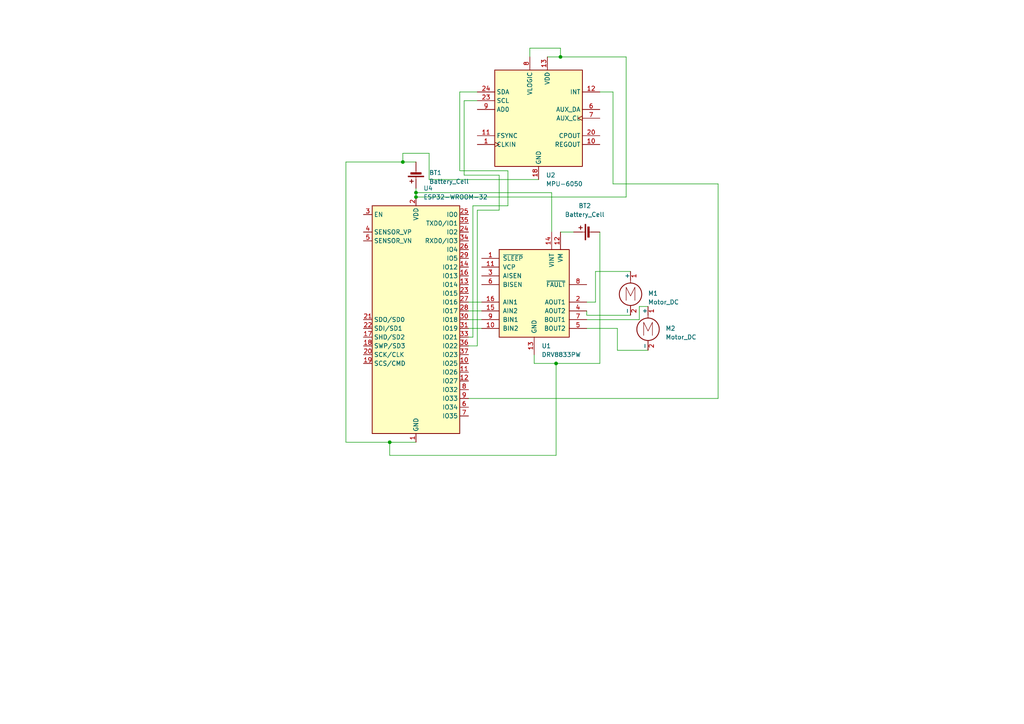
<source format=kicad_sch>
(kicad_sch
	(version 20250114)
	(generator "eeschema")
	(generator_version "9.0")
	(uuid "fcfcd0d1-30af-4111-b4af-c00f14a1cc88")
	(paper "A4")
	(lib_symbols
		(symbol "Device:Battery_Cell"
			(pin_numbers
				(hide yes)
			)
			(pin_names
				(offset 0)
				(hide yes)
			)
			(exclude_from_sim no)
			(in_bom yes)
			(on_board yes)
			(property "Reference" "BT"
				(at 2.54 2.54 0)
				(effects
					(font
						(size 1.27 1.27)
					)
					(justify left)
				)
			)
			(property "Value" "Battery_Cell"
				(at 2.54 0 0)
				(effects
					(font
						(size 1.27 1.27)
					)
					(justify left)
				)
			)
			(property "Footprint" ""
				(at 0 1.524 90)
				(effects
					(font
						(size 1.27 1.27)
					)
					(hide yes)
				)
			)
			(property "Datasheet" "~"
				(at 0 1.524 90)
				(effects
					(font
						(size 1.27 1.27)
					)
					(hide yes)
				)
			)
			(property "Description" "Single-cell battery"
				(at 0 0 0)
				(effects
					(font
						(size 1.27 1.27)
					)
					(hide yes)
				)
			)
			(property "ki_keywords" "battery cell"
				(at 0 0 0)
				(effects
					(font
						(size 1.27 1.27)
					)
					(hide yes)
				)
			)
			(symbol "Battery_Cell_0_1"
				(rectangle
					(start -2.286 1.778)
					(end 2.286 1.524)
					(stroke
						(width 0)
						(type default)
					)
					(fill
						(type outline)
					)
				)
				(rectangle
					(start -1.524 1.016)
					(end 1.524 0.508)
					(stroke
						(width 0)
						(type default)
					)
					(fill
						(type outline)
					)
				)
				(polyline
					(pts
						(xy 0 1.778) (xy 0 2.54)
					)
					(stroke
						(width 0)
						(type default)
					)
					(fill
						(type none)
					)
				)
				(polyline
					(pts
						(xy 0 0.762) (xy 0 0)
					)
					(stroke
						(width 0)
						(type default)
					)
					(fill
						(type none)
					)
				)
				(polyline
					(pts
						(xy 0.762 3.048) (xy 1.778 3.048)
					)
					(stroke
						(width 0.254)
						(type default)
					)
					(fill
						(type none)
					)
				)
				(polyline
					(pts
						(xy 1.27 3.556) (xy 1.27 2.54)
					)
					(stroke
						(width 0.254)
						(type default)
					)
					(fill
						(type none)
					)
				)
			)
			(symbol "Battery_Cell_1_1"
				(pin passive line
					(at 0 5.08 270)
					(length 2.54)
					(name "+"
						(effects
							(font
								(size 1.27 1.27)
							)
						)
					)
					(number "1"
						(effects
							(font
								(size 1.27 1.27)
							)
						)
					)
				)
				(pin passive line
					(at 0 -2.54 90)
					(length 2.54)
					(name "-"
						(effects
							(font
								(size 1.27 1.27)
							)
						)
					)
					(number "2"
						(effects
							(font
								(size 1.27 1.27)
							)
						)
					)
				)
			)
			(embedded_fonts no)
		)
		(symbol "Driver_Motor:DRV8833PW"
			(pin_names
				(offset 1.016)
			)
			(exclude_from_sim no)
			(in_bom yes)
			(on_board yes)
			(property "Reference" "U"
				(at -3.81 16.51 0)
				(effects
					(font
						(size 1.27 1.27)
					)
				)
			)
			(property "Value" "DRV8833PW"
				(at -3.81 13.97 0)
				(effects
					(font
						(size 1.27 1.27)
					)
				)
			)
			(property "Footprint" "Package_SO:TSSOP-16_4.4x5mm_P0.65mm"
				(at 5.08 -17.78 0)
				(effects
					(font
						(size 1.27 1.27)
					)
					(justify left)
					(hide yes)
				)
			)
			(property "Datasheet" "http://www.ti.com/lit/ds/symlink/drv8833.pdf"
				(at 5.08 -20.32 0)
				(effects
					(font
						(size 1.27 1.27)
					)
					(justify left)
					(hide yes)
				)
			)
			(property "Description" "Dual H-Bridge Motor Driver, TSSOP-16"
				(at 0 0 0)
				(effects
					(font
						(size 1.27 1.27)
					)
					(hide yes)
				)
			)
			(property "ki_keywords" "H-bridge motor driver"
				(at 0 0 0)
				(effects
					(font
						(size 1.27 1.27)
					)
					(hide yes)
				)
			)
			(property "ki_fp_filters" "TSSOP-16*4.4x5mm*P0.65mm*"
				(at 0 0 0)
				(effects
					(font
						(size 1.27 1.27)
					)
					(hide yes)
				)
			)
			(symbol "DRV8833PW_0_1"
				(rectangle
					(start -10.16 12.7)
					(end 10.16 -12.7)
					(stroke
						(width 0.254)
						(type default)
					)
					(fill
						(type background)
					)
				)
			)
			(symbol "DRV8833PW_1_1"
				(pin input line
					(at -15.24 10.16 0)
					(length 5.08)
					(name "~{SLEEP}"
						(effects
							(font
								(size 1.27 1.27)
							)
						)
					)
					(number "1"
						(effects
							(font
								(size 1.27 1.27)
							)
						)
					)
				)
				(pin bidirectional line
					(at -15.24 7.62 0)
					(length 5.08)
					(name "VCP"
						(effects
							(font
								(size 1.27 1.27)
							)
						)
					)
					(number "11"
						(effects
							(font
								(size 1.27 1.27)
							)
						)
					)
				)
				(pin bidirectional line
					(at -15.24 5.08 0)
					(length 5.08)
					(name "AISEN"
						(effects
							(font
								(size 1.27 1.27)
							)
						)
					)
					(number "3"
						(effects
							(font
								(size 1.27 1.27)
							)
						)
					)
				)
				(pin bidirectional line
					(at -15.24 2.54 0)
					(length 5.08)
					(name "BISEN"
						(effects
							(font
								(size 1.27 1.27)
							)
						)
					)
					(number "6"
						(effects
							(font
								(size 1.27 1.27)
							)
						)
					)
				)
				(pin input line
					(at -15.24 -2.54 0)
					(length 5.08)
					(name "AIN1"
						(effects
							(font
								(size 1.27 1.27)
							)
						)
					)
					(number "16"
						(effects
							(font
								(size 1.27 1.27)
							)
						)
					)
				)
				(pin input line
					(at -15.24 -5.08 0)
					(length 5.08)
					(name "AIN2"
						(effects
							(font
								(size 1.27 1.27)
							)
						)
					)
					(number "15"
						(effects
							(font
								(size 1.27 1.27)
							)
						)
					)
				)
				(pin input line
					(at -15.24 -7.62 0)
					(length 5.08)
					(name "BIN1"
						(effects
							(font
								(size 1.27 1.27)
							)
						)
					)
					(number "9"
						(effects
							(font
								(size 1.27 1.27)
							)
						)
					)
				)
				(pin input line
					(at -15.24 -10.16 0)
					(length 5.08)
					(name "BIN2"
						(effects
							(font
								(size 1.27 1.27)
							)
						)
					)
					(number "10"
						(effects
							(font
								(size 1.27 1.27)
							)
						)
					)
				)
				(pin power_in line
					(at 0 -17.78 90)
					(length 5.08)
					(name "GND"
						(effects
							(font
								(size 1.27 1.27)
							)
						)
					)
					(number "13"
						(effects
							(font
								(size 1.27 1.27)
							)
						)
					)
				)
				(pin power_in line
					(at 5.08 17.78 270)
					(length 5.08)
					(name "VINT"
						(effects
							(font
								(size 1.27 1.27)
							)
						)
					)
					(number "14"
						(effects
							(font
								(size 1.27 1.27)
							)
						)
					)
				)
				(pin power_in line
					(at 7.62 17.78 270)
					(length 5.08)
					(name "VM"
						(effects
							(font
								(size 1.27 1.27)
							)
						)
					)
					(number "12"
						(effects
							(font
								(size 1.27 1.27)
							)
						)
					)
				)
				(pin open_collector line
					(at 15.24 2.54 180)
					(length 5.08)
					(name "~{FAULT}"
						(effects
							(font
								(size 1.27 1.27)
							)
						)
					)
					(number "8"
						(effects
							(font
								(size 1.27 1.27)
							)
						)
					)
				)
				(pin power_out line
					(at 15.24 -2.54 180)
					(length 5.08)
					(name "AOUT1"
						(effects
							(font
								(size 1.27 1.27)
							)
						)
					)
					(number "2"
						(effects
							(font
								(size 1.27 1.27)
							)
						)
					)
				)
				(pin power_out line
					(at 15.24 -5.08 180)
					(length 5.08)
					(name "AOUT2"
						(effects
							(font
								(size 1.27 1.27)
							)
						)
					)
					(number "4"
						(effects
							(font
								(size 1.27 1.27)
							)
						)
					)
				)
				(pin power_out line
					(at 15.24 -7.62 180)
					(length 5.08)
					(name "BOUT1"
						(effects
							(font
								(size 1.27 1.27)
							)
						)
					)
					(number "7"
						(effects
							(font
								(size 1.27 1.27)
							)
						)
					)
				)
				(pin power_out line
					(at 15.24 -10.16 180)
					(length 5.08)
					(name "BOUT2"
						(effects
							(font
								(size 1.27 1.27)
							)
						)
					)
					(number "5"
						(effects
							(font
								(size 1.27 1.27)
							)
						)
					)
				)
			)
			(embedded_fonts no)
		)
		(symbol "Motor:Motor_DC"
			(pin_names
				(offset 0)
			)
			(exclude_from_sim no)
			(in_bom yes)
			(on_board yes)
			(property "Reference" "M"
				(at 2.54 2.54 0)
				(effects
					(font
						(size 1.27 1.27)
					)
					(justify left)
				)
			)
			(property "Value" "Motor_DC"
				(at 2.54 -5.08 0)
				(effects
					(font
						(size 1.27 1.27)
					)
					(justify left top)
				)
			)
			(property "Footprint" ""
				(at 0 -2.286 0)
				(effects
					(font
						(size 1.27 1.27)
					)
					(hide yes)
				)
			)
			(property "Datasheet" "~"
				(at 0 -2.286 0)
				(effects
					(font
						(size 1.27 1.27)
					)
					(hide yes)
				)
			)
			(property "Description" "DC Motor"
				(at 0 0 0)
				(effects
					(font
						(size 1.27 1.27)
					)
					(hide yes)
				)
			)
			(property "ki_keywords" "DC Motor"
				(at 0 0 0)
				(effects
					(font
						(size 1.27 1.27)
					)
					(hide yes)
				)
			)
			(property "ki_fp_filters" "PinHeader*P2.54mm* TerminalBlock*"
				(at 0 0 0)
				(effects
					(font
						(size 1.27 1.27)
					)
					(hide yes)
				)
			)
			(symbol "Motor_DC_0_0"
				(polyline
					(pts
						(xy -1.27 -3.302) (xy -1.27 0.508) (xy 0 -2.032) (xy 1.27 0.508) (xy 1.27 -3.302)
					)
					(stroke
						(width 0)
						(type default)
					)
					(fill
						(type none)
					)
				)
			)
			(symbol "Motor_DC_0_1"
				(polyline
					(pts
						(xy 0 2.032) (xy 0 2.54)
					)
					(stroke
						(width 0)
						(type default)
					)
					(fill
						(type none)
					)
				)
				(polyline
					(pts
						(xy 0 1.7272) (xy 0 2.0828)
					)
					(stroke
						(width 0)
						(type default)
					)
					(fill
						(type none)
					)
				)
				(circle
					(center 0 -1.524)
					(radius 3.2512)
					(stroke
						(width 0.254)
						(type default)
					)
					(fill
						(type none)
					)
				)
				(polyline
					(pts
						(xy 0 -4.7752) (xy 0 -5.1816)
					)
					(stroke
						(width 0)
						(type default)
					)
					(fill
						(type none)
					)
				)
				(polyline
					(pts
						(xy 0 -7.62) (xy 0 -7.112)
					)
					(stroke
						(width 0)
						(type default)
					)
					(fill
						(type none)
					)
				)
			)
			(symbol "Motor_DC_1_1"
				(pin passive line
					(at 0 5.08 270)
					(length 2.54)
					(name "+"
						(effects
							(font
								(size 1.27 1.27)
							)
						)
					)
					(number "1"
						(effects
							(font
								(size 1.27 1.27)
							)
						)
					)
				)
				(pin passive line
					(at 0 -7.62 90)
					(length 2.54)
					(name "-"
						(effects
							(font
								(size 1.27 1.27)
							)
						)
					)
					(number "2"
						(effects
							(font
								(size 1.27 1.27)
							)
						)
					)
				)
			)
			(embedded_fonts no)
		)
		(symbol "RF_Module:ESP32-WROOM-32"
			(exclude_from_sim no)
			(in_bom yes)
			(on_board yes)
			(property "Reference" "U"
				(at -12.7 34.29 0)
				(effects
					(font
						(size 1.27 1.27)
					)
					(justify left)
				)
			)
			(property "Value" "ESP32-WROOM-32"
				(at 1.27 34.29 0)
				(effects
					(font
						(size 1.27 1.27)
					)
					(justify left)
				)
			)
			(property "Footprint" "RF_Module:ESP32-WROOM-32"
				(at 0 -38.1 0)
				(effects
					(font
						(size 1.27 1.27)
					)
					(hide yes)
				)
			)
			(property "Datasheet" "https://www.espressif.com/sites/default/files/documentation/esp32-wroom-32_datasheet_en.pdf"
				(at -7.62 1.27 0)
				(effects
					(font
						(size 1.27 1.27)
					)
					(hide yes)
				)
			)
			(property "Description" "RF Module, ESP32-D0WDQ6 SoC, Wi-Fi 802.11b/g/n, Bluetooth, BLE, 32-bit, 2.7-3.6V, onboard antenna, SMD"
				(at 0 0 0)
				(effects
					(font
						(size 1.27 1.27)
					)
					(hide yes)
				)
			)
			(property "ki_keywords" "RF Radio BT ESP ESP32 Espressif onboard PCB antenna"
				(at 0 0 0)
				(effects
					(font
						(size 1.27 1.27)
					)
					(hide yes)
				)
			)
			(property "ki_fp_filters" "ESP32?WROOM?32*"
				(at 0 0 0)
				(effects
					(font
						(size 1.27 1.27)
					)
					(hide yes)
				)
			)
			(symbol "ESP32-WROOM-32_0_1"
				(rectangle
					(start -12.7 33.02)
					(end 12.7 -33.02)
					(stroke
						(width 0.254)
						(type default)
					)
					(fill
						(type background)
					)
				)
			)
			(symbol "ESP32-WROOM-32_1_1"
				(pin input line
					(at -15.24 30.48 0)
					(length 2.54)
					(name "EN"
						(effects
							(font
								(size 1.27 1.27)
							)
						)
					)
					(number "3"
						(effects
							(font
								(size 1.27 1.27)
							)
						)
					)
				)
				(pin input line
					(at -15.24 25.4 0)
					(length 2.54)
					(name "SENSOR_VP"
						(effects
							(font
								(size 1.27 1.27)
							)
						)
					)
					(number "4"
						(effects
							(font
								(size 1.27 1.27)
							)
						)
					)
				)
				(pin input line
					(at -15.24 22.86 0)
					(length 2.54)
					(name "SENSOR_VN"
						(effects
							(font
								(size 1.27 1.27)
							)
						)
					)
					(number "5"
						(effects
							(font
								(size 1.27 1.27)
							)
						)
					)
				)
				(pin bidirectional line
					(at -15.24 0 0)
					(length 2.54)
					(name "SDO/SD0"
						(effects
							(font
								(size 1.27 1.27)
							)
						)
					)
					(number "21"
						(effects
							(font
								(size 1.27 1.27)
							)
						)
					)
				)
				(pin bidirectional line
					(at -15.24 -2.54 0)
					(length 2.54)
					(name "SDI/SD1"
						(effects
							(font
								(size 1.27 1.27)
							)
						)
					)
					(number "22"
						(effects
							(font
								(size 1.27 1.27)
							)
						)
					)
				)
				(pin bidirectional line
					(at -15.24 -5.08 0)
					(length 2.54)
					(name "SHD/SD2"
						(effects
							(font
								(size 1.27 1.27)
							)
						)
					)
					(number "17"
						(effects
							(font
								(size 1.27 1.27)
							)
						)
					)
				)
				(pin bidirectional line
					(at -15.24 -7.62 0)
					(length 2.54)
					(name "SWP/SD3"
						(effects
							(font
								(size 1.27 1.27)
							)
						)
					)
					(number "18"
						(effects
							(font
								(size 1.27 1.27)
							)
						)
					)
				)
				(pin bidirectional line
					(at -15.24 -10.16 0)
					(length 2.54)
					(name "SCK/CLK"
						(effects
							(font
								(size 1.27 1.27)
							)
						)
					)
					(number "20"
						(effects
							(font
								(size 1.27 1.27)
							)
						)
					)
				)
				(pin bidirectional line
					(at -15.24 -12.7 0)
					(length 2.54)
					(name "SCS/CMD"
						(effects
							(font
								(size 1.27 1.27)
							)
						)
					)
					(number "19"
						(effects
							(font
								(size 1.27 1.27)
							)
						)
					)
				)
				(pin no_connect line
					(at -12.7 -27.94 0)
					(length 2.54)
					(hide yes)
					(name "NC"
						(effects
							(font
								(size 1.27 1.27)
							)
						)
					)
					(number "32"
						(effects
							(font
								(size 1.27 1.27)
							)
						)
					)
				)
				(pin power_in line
					(at 0 35.56 270)
					(length 2.54)
					(name "VDD"
						(effects
							(font
								(size 1.27 1.27)
							)
						)
					)
					(number "2"
						(effects
							(font
								(size 1.27 1.27)
							)
						)
					)
				)
				(pin power_in line
					(at 0 -35.56 90)
					(length 2.54)
					(name "GND"
						(effects
							(font
								(size 1.27 1.27)
							)
						)
					)
					(number "1"
						(effects
							(font
								(size 1.27 1.27)
							)
						)
					)
				)
				(pin passive line
					(at 0 -35.56 90)
					(length 2.54)
					(hide yes)
					(name "GND"
						(effects
							(font
								(size 1.27 1.27)
							)
						)
					)
					(number "15"
						(effects
							(font
								(size 1.27 1.27)
							)
						)
					)
				)
				(pin passive line
					(at 0 -35.56 90)
					(length 2.54)
					(hide yes)
					(name "GND"
						(effects
							(font
								(size 1.27 1.27)
							)
						)
					)
					(number "38"
						(effects
							(font
								(size 1.27 1.27)
							)
						)
					)
				)
				(pin passive line
					(at 0 -35.56 90)
					(length 2.54)
					(hide yes)
					(name "GND"
						(effects
							(font
								(size 1.27 1.27)
							)
						)
					)
					(number "39"
						(effects
							(font
								(size 1.27 1.27)
							)
						)
					)
				)
				(pin bidirectional line
					(at 15.24 30.48 180)
					(length 2.54)
					(name "IO0"
						(effects
							(font
								(size 1.27 1.27)
							)
						)
					)
					(number "25"
						(effects
							(font
								(size 1.27 1.27)
							)
						)
					)
				)
				(pin bidirectional line
					(at 15.24 27.94 180)
					(length 2.54)
					(name "TXD0/IO1"
						(effects
							(font
								(size 1.27 1.27)
							)
						)
					)
					(number "35"
						(effects
							(font
								(size 1.27 1.27)
							)
						)
					)
				)
				(pin bidirectional line
					(at 15.24 25.4 180)
					(length 2.54)
					(name "IO2"
						(effects
							(font
								(size 1.27 1.27)
							)
						)
					)
					(number "24"
						(effects
							(font
								(size 1.27 1.27)
							)
						)
					)
				)
				(pin bidirectional line
					(at 15.24 22.86 180)
					(length 2.54)
					(name "RXD0/IO3"
						(effects
							(font
								(size 1.27 1.27)
							)
						)
					)
					(number "34"
						(effects
							(font
								(size 1.27 1.27)
							)
						)
					)
				)
				(pin bidirectional line
					(at 15.24 20.32 180)
					(length 2.54)
					(name "IO4"
						(effects
							(font
								(size 1.27 1.27)
							)
						)
					)
					(number "26"
						(effects
							(font
								(size 1.27 1.27)
							)
						)
					)
				)
				(pin bidirectional line
					(at 15.24 17.78 180)
					(length 2.54)
					(name "IO5"
						(effects
							(font
								(size 1.27 1.27)
							)
						)
					)
					(number "29"
						(effects
							(font
								(size 1.27 1.27)
							)
						)
					)
				)
				(pin bidirectional line
					(at 15.24 15.24 180)
					(length 2.54)
					(name "IO12"
						(effects
							(font
								(size 1.27 1.27)
							)
						)
					)
					(number "14"
						(effects
							(font
								(size 1.27 1.27)
							)
						)
					)
				)
				(pin bidirectional line
					(at 15.24 12.7 180)
					(length 2.54)
					(name "IO13"
						(effects
							(font
								(size 1.27 1.27)
							)
						)
					)
					(number "16"
						(effects
							(font
								(size 1.27 1.27)
							)
						)
					)
				)
				(pin bidirectional line
					(at 15.24 10.16 180)
					(length 2.54)
					(name "IO14"
						(effects
							(font
								(size 1.27 1.27)
							)
						)
					)
					(number "13"
						(effects
							(font
								(size 1.27 1.27)
							)
						)
					)
				)
				(pin bidirectional line
					(at 15.24 7.62 180)
					(length 2.54)
					(name "IO15"
						(effects
							(font
								(size 1.27 1.27)
							)
						)
					)
					(number "23"
						(effects
							(font
								(size 1.27 1.27)
							)
						)
					)
				)
				(pin bidirectional line
					(at 15.24 5.08 180)
					(length 2.54)
					(name "IO16"
						(effects
							(font
								(size 1.27 1.27)
							)
						)
					)
					(number "27"
						(effects
							(font
								(size 1.27 1.27)
							)
						)
					)
				)
				(pin bidirectional line
					(at 15.24 2.54 180)
					(length 2.54)
					(name "IO17"
						(effects
							(font
								(size 1.27 1.27)
							)
						)
					)
					(number "28"
						(effects
							(font
								(size 1.27 1.27)
							)
						)
					)
				)
				(pin bidirectional line
					(at 15.24 0 180)
					(length 2.54)
					(name "IO18"
						(effects
							(font
								(size 1.27 1.27)
							)
						)
					)
					(number "30"
						(effects
							(font
								(size 1.27 1.27)
							)
						)
					)
				)
				(pin bidirectional line
					(at 15.24 -2.54 180)
					(length 2.54)
					(name "IO19"
						(effects
							(font
								(size 1.27 1.27)
							)
						)
					)
					(number "31"
						(effects
							(font
								(size 1.27 1.27)
							)
						)
					)
				)
				(pin bidirectional line
					(at 15.24 -5.08 180)
					(length 2.54)
					(name "IO21"
						(effects
							(font
								(size 1.27 1.27)
							)
						)
					)
					(number "33"
						(effects
							(font
								(size 1.27 1.27)
							)
						)
					)
				)
				(pin bidirectional line
					(at 15.24 -7.62 180)
					(length 2.54)
					(name "IO22"
						(effects
							(font
								(size 1.27 1.27)
							)
						)
					)
					(number "36"
						(effects
							(font
								(size 1.27 1.27)
							)
						)
					)
				)
				(pin bidirectional line
					(at 15.24 -10.16 180)
					(length 2.54)
					(name "IO23"
						(effects
							(font
								(size 1.27 1.27)
							)
						)
					)
					(number "37"
						(effects
							(font
								(size 1.27 1.27)
							)
						)
					)
				)
				(pin bidirectional line
					(at 15.24 -12.7 180)
					(length 2.54)
					(name "IO25"
						(effects
							(font
								(size 1.27 1.27)
							)
						)
					)
					(number "10"
						(effects
							(font
								(size 1.27 1.27)
							)
						)
					)
				)
				(pin bidirectional line
					(at 15.24 -15.24 180)
					(length 2.54)
					(name "IO26"
						(effects
							(font
								(size 1.27 1.27)
							)
						)
					)
					(number "11"
						(effects
							(font
								(size 1.27 1.27)
							)
						)
					)
				)
				(pin bidirectional line
					(at 15.24 -17.78 180)
					(length 2.54)
					(name "IO27"
						(effects
							(font
								(size 1.27 1.27)
							)
						)
					)
					(number "12"
						(effects
							(font
								(size 1.27 1.27)
							)
						)
					)
				)
				(pin bidirectional line
					(at 15.24 -20.32 180)
					(length 2.54)
					(name "IO32"
						(effects
							(font
								(size 1.27 1.27)
							)
						)
					)
					(number "8"
						(effects
							(font
								(size 1.27 1.27)
							)
						)
					)
				)
				(pin bidirectional line
					(at 15.24 -22.86 180)
					(length 2.54)
					(name "IO33"
						(effects
							(font
								(size 1.27 1.27)
							)
						)
					)
					(number "9"
						(effects
							(font
								(size 1.27 1.27)
							)
						)
					)
				)
				(pin input line
					(at 15.24 -25.4 180)
					(length 2.54)
					(name "IO34"
						(effects
							(font
								(size 1.27 1.27)
							)
						)
					)
					(number "6"
						(effects
							(font
								(size 1.27 1.27)
							)
						)
					)
				)
				(pin input line
					(at 15.24 -27.94 180)
					(length 2.54)
					(name "IO35"
						(effects
							(font
								(size 1.27 1.27)
							)
						)
					)
					(number "7"
						(effects
							(font
								(size 1.27 1.27)
							)
						)
					)
				)
			)
			(embedded_fonts no)
		)
		(symbol "Sensor_Motion:MPU-6050"
			(exclude_from_sim no)
			(in_bom yes)
			(on_board yes)
			(property "Reference" "U"
				(at -11.43 13.97 0)
				(effects
					(font
						(size 1.27 1.27)
					)
				)
			)
			(property "Value" "MPU-6050"
				(at 7.62 -15.24 0)
				(effects
					(font
						(size 1.27 1.27)
					)
				)
			)
			(property "Footprint" "Sensor_Motion:InvenSense_QFN-24_4x4mm_P0.5mm"
				(at 0 -20.32 0)
				(effects
					(font
						(size 1.27 1.27)
					)
					(hide yes)
				)
			)
			(property "Datasheet" "https://invensense.tdk.com/wp-content/uploads/2015/02/MPU-6000-Datasheet1.pdf"
				(at 0 -3.81 0)
				(effects
					(font
						(size 1.27 1.27)
					)
					(hide yes)
				)
			)
			(property "Description" "InvenSense 6-Axis Motion Sensor, Gyroscope, Accelerometer, I2C"
				(at 0 0 0)
				(effects
					(font
						(size 1.27 1.27)
					)
					(hide yes)
				)
			)
			(property "ki_keywords" "mems"
				(at 0 0 0)
				(effects
					(font
						(size 1.27 1.27)
					)
					(hide yes)
				)
			)
			(property "ki_fp_filters" "*QFN*4x4mm*P0.5mm*"
				(at 0 0 0)
				(effects
					(font
						(size 1.27 1.27)
					)
					(hide yes)
				)
			)
			(symbol "MPU-6050_0_0"
				(text ""
					(at 12.7 -2.54 0)
					(effects
						(font
							(size 1.27 1.27)
						)
					)
				)
			)
			(symbol "MPU-6050_0_1"
				(rectangle
					(start -12.7 13.97)
					(end 12.7 -13.97)
					(stroke
						(width 0.254)
						(type default)
					)
					(fill
						(type background)
					)
				)
			)
			(symbol "MPU-6050_1_1"
				(pin bidirectional line
					(at -17.78 7.62 0)
					(length 5.08)
					(name "SDA"
						(effects
							(font
								(size 1.27 1.27)
							)
						)
					)
					(number "24"
						(effects
							(font
								(size 1.27 1.27)
							)
						)
					)
				)
				(pin input line
					(at -17.78 5.08 0)
					(length 5.08)
					(name "SCL"
						(effects
							(font
								(size 1.27 1.27)
							)
						)
					)
					(number "23"
						(effects
							(font
								(size 1.27 1.27)
							)
						)
					)
				)
				(pin input line
					(at -17.78 2.54 0)
					(length 5.08)
					(name "AD0"
						(effects
							(font
								(size 1.27 1.27)
							)
						)
					)
					(number "9"
						(effects
							(font
								(size 1.27 1.27)
							)
						)
					)
				)
				(pin input line
					(at -17.78 -5.08 0)
					(length 5.08)
					(name "FSYNC"
						(effects
							(font
								(size 1.27 1.27)
							)
						)
					)
					(number "11"
						(effects
							(font
								(size 1.27 1.27)
							)
						)
					)
				)
				(pin input clock
					(at -17.78 -7.62 0)
					(length 5.08)
					(name "CLKIN"
						(effects
							(font
								(size 1.27 1.27)
							)
						)
					)
					(number "1"
						(effects
							(font
								(size 1.27 1.27)
							)
						)
					)
				)
				(pin no_connect line
					(at -12.7 12.7 0)
					(length 2.54)
					(hide yes)
					(name "NC"
						(effects
							(font
								(size 1.27 1.27)
							)
						)
					)
					(number "2"
						(effects
							(font
								(size 1.27 1.27)
							)
						)
					)
				)
				(pin no_connect line
					(at -12.7 10.16 0)
					(length 2.54)
					(hide yes)
					(name "NC"
						(effects
							(font
								(size 1.27 1.27)
							)
						)
					)
					(number "3"
						(effects
							(font
								(size 1.27 1.27)
							)
						)
					)
				)
				(pin no_connect line
					(at -12.7 0 0)
					(length 2.54)
					(hide yes)
					(name "NC"
						(effects
							(font
								(size 1.27 1.27)
							)
						)
					)
					(number "4"
						(effects
							(font
								(size 1.27 1.27)
							)
						)
					)
				)
				(pin no_connect line
					(at -12.7 -2.54 0)
					(length 2.54)
					(hide yes)
					(name "NC"
						(effects
							(font
								(size 1.27 1.27)
							)
						)
					)
					(number "5"
						(effects
							(font
								(size 1.27 1.27)
							)
						)
					)
				)
				(pin no_connect line
					(at -12.7 -10.16 0)
					(length 2.54)
					(hide yes)
					(name "NC"
						(effects
							(font
								(size 1.27 1.27)
							)
						)
					)
					(number "14"
						(effects
							(font
								(size 1.27 1.27)
							)
						)
					)
				)
				(pin power_in line
					(at -2.54 17.78 270)
					(length 3.81)
					(name "VLOGIC"
						(effects
							(font
								(size 1.27 1.27)
							)
						)
					)
					(number "8"
						(effects
							(font
								(size 1.27 1.27)
							)
						)
					)
				)
				(pin power_in line
					(at 0 -17.78 90)
					(length 3.81)
					(name "GND"
						(effects
							(font
								(size 1.27 1.27)
							)
						)
					)
					(number "18"
						(effects
							(font
								(size 1.27 1.27)
							)
						)
					)
				)
				(pin power_in line
					(at 2.54 17.78 270)
					(length 3.81)
					(name "VDD"
						(effects
							(font
								(size 1.27 1.27)
							)
						)
					)
					(number "13"
						(effects
							(font
								(size 1.27 1.27)
							)
						)
					)
				)
				(pin no_connect line
					(at 12.7 12.7 180)
					(length 2.54)
					(hide yes)
					(name "NC"
						(effects
							(font
								(size 1.27 1.27)
							)
						)
					)
					(number "15"
						(effects
							(font
								(size 1.27 1.27)
							)
						)
					)
				)
				(pin no_connect line
					(at 12.7 10.16 180)
					(length 2.54)
					(hide yes)
					(name "NC"
						(effects
							(font
								(size 1.27 1.27)
							)
						)
					)
					(number "16"
						(effects
							(font
								(size 1.27 1.27)
							)
						)
					)
				)
				(pin no_connect line
					(at 12.7 5.08 180)
					(length 2.54)
					(hide yes)
					(name "NC"
						(effects
							(font
								(size 1.27 1.27)
							)
						)
					)
					(number "17"
						(effects
							(font
								(size 1.27 1.27)
							)
						)
					)
				)
				(pin no_connect line
					(at 12.7 -2.54 180)
					(length 2.54)
					(hide yes)
					(name "RESV"
						(effects
							(font
								(size 1.27 1.27)
							)
						)
					)
					(number "21"
						(effects
							(font
								(size 1.27 1.27)
							)
						)
					)
				)
				(pin no_connect line
					(at 12.7 -10.16 180)
					(length 2.54)
					(hide yes)
					(name "RESV"
						(effects
							(font
								(size 1.27 1.27)
							)
						)
					)
					(number "19"
						(effects
							(font
								(size 1.27 1.27)
							)
						)
					)
				)
				(pin no_connect line
					(at 12.7 -12.7 180)
					(length 2.54)
					(hide yes)
					(name "RESV"
						(effects
							(font
								(size 1.27 1.27)
							)
						)
					)
					(number "22"
						(effects
							(font
								(size 1.27 1.27)
							)
						)
					)
				)
				(pin output line
					(at 17.78 7.62 180)
					(length 5.08)
					(name "INT"
						(effects
							(font
								(size 1.27 1.27)
							)
						)
					)
					(number "12"
						(effects
							(font
								(size 1.27 1.27)
							)
						)
					)
				)
				(pin bidirectional line
					(at 17.78 2.54 180)
					(length 5.08)
					(name "AUX_DA"
						(effects
							(font
								(size 1.27 1.27)
							)
						)
					)
					(number "6"
						(effects
							(font
								(size 1.27 1.27)
							)
						)
					)
				)
				(pin output clock
					(at 17.78 0 180)
					(length 5.08)
					(name "AUX_CL"
						(effects
							(font
								(size 1.27 1.27)
							)
						)
					)
					(number "7"
						(effects
							(font
								(size 1.27 1.27)
							)
						)
					)
				)
				(pin passive line
					(at 17.78 -5.08 180)
					(length 5.08)
					(name "CPOUT"
						(effects
							(font
								(size 1.27 1.27)
							)
						)
					)
					(number "20"
						(effects
							(font
								(size 1.27 1.27)
							)
						)
					)
				)
				(pin passive line
					(at 17.78 -7.62 180)
					(length 5.08)
					(name "REGOUT"
						(effects
							(font
								(size 1.27 1.27)
							)
						)
					)
					(number "10"
						(effects
							(font
								(size 1.27 1.27)
							)
						)
					)
				)
			)
			(embedded_fonts no)
		)
	)
	(junction
		(at 120.65 55.88)
		(diameter 0)
		(color 0 0 0 0)
		(uuid "2a805a64-9520-40b9-b72b-5f42512053f2")
	)
	(junction
		(at 161.29 105.41)
		(diameter 0)
		(color 0 0 0 0)
		(uuid "79b365c7-e598-432c-ac14-f4f69cec93df")
	)
	(junction
		(at 116.84 46.99)
		(diameter 0)
		(color 0 0 0 0)
		(uuid "7f24d936-94b1-4f84-adf6-8ed2f6299943")
	)
	(junction
		(at 120.65 57.15)
		(diameter 0)
		(color 0 0 0 0)
		(uuid "b2b28e5a-6aa9-4748-b8e4-4e33e5d4e4c1")
	)
	(junction
		(at 162.56 16.51)
		(diameter 0)
		(color 0 0 0 0)
		(uuid "d83d9733-3039-4a80-9566-0390c25a2371")
	)
	(junction
		(at 113.03 128.27)
		(diameter 0)
		(color 0 0 0 0)
		(uuid "e72ee125-a9a4-449d-b645-78502699164d")
	)
	(wire
		(pts
			(xy 181.61 16.51) (xy 181.61 57.15)
		)
		(stroke
			(width 0)
			(type default)
		)
		(uuid "06552b15-666d-463a-be26-743f121e509d")
	)
	(wire
		(pts
			(xy 182.88 91.44) (xy 170.18 91.44)
		)
		(stroke
			(width 0)
			(type default)
		)
		(uuid "07299027-4218-4e59-95c1-e8d9e3aa5b93")
	)
	(wire
		(pts
			(xy 120.65 55.88) (xy 160.02 55.88)
		)
		(stroke
			(width 0)
			(type default)
		)
		(uuid "077a65d6-c289-475e-95e1-8ba8381244a6")
	)
	(wire
		(pts
			(xy 162.56 13.97) (xy 162.56 16.51)
		)
		(stroke
			(width 0)
			(type default)
		)
		(uuid "0d56c89c-398e-4927-bd62-e25f5a0752a1")
	)
	(wire
		(pts
			(xy 113.03 132.08) (xy 161.29 132.08)
		)
		(stroke
			(width 0)
			(type default)
		)
		(uuid "116a934f-d3fd-4248-93ef-7161576f0d52")
	)
	(wire
		(pts
			(xy 135.89 97.79) (xy 137.16 97.79)
		)
		(stroke
			(width 0)
			(type default)
		)
		(uuid "13b5f365-9f11-4de4-b345-ca8e5c0800de")
	)
	(wire
		(pts
			(xy 147.32 49.53) (xy 133.35 49.53)
		)
		(stroke
			(width 0)
			(type default)
		)
		(uuid "16ebf8e0-fb60-4392-a20b-c46b540ecd5c")
	)
	(wire
		(pts
			(xy 135.89 87.63) (xy 139.7 87.63)
		)
		(stroke
			(width 0)
			(type default)
		)
		(uuid "1bdabb5b-f6a0-4897-afdd-47dc689af77f")
	)
	(wire
		(pts
			(xy 208.28 53.34) (xy 208.28 115.57)
		)
		(stroke
			(width 0)
			(type default)
		)
		(uuid "222586cb-0102-42aa-ad40-70a0b14ac426")
	)
	(wire
		(pts
			(xy 134.62 29.21) (xy 138.43 29.21)
		)
		(stroke
			(width 0)
			(type default)
		)
		(uuid "23a3179b-8b73-46a0-91c4-5c102011fbdc")
	)
	(wire
		(pts
			(xy 133.35 26.67) (xy 138.43 26.67)
		)
		(stroke
			(width 0)
			(type default)
		)
		(uuid "258e70c3-c1fd-4cfa-82d2-b8cb40c4d06a")
	)
	(wire
		(pts
			(xy 187.96 101.6) (xy 179.07 101.6)
		)
		(stroke
			(width 0)
			(type default)
		)
		(uuid "269af01f-585b-490f-905d-eacbcbfc70ce")
	)
	(wire
		(pts
			(xy 158.75 16.51) (xy 162.56 16.51)
		)
		(stroke
			(width 0)
			(type default)
		)
		(uuid "31442433-dd0e-4c45-92d1-5c69be8d57e8")
	)
	(wire
		(pts
			(xy 185.42 88.9) (xy 185.42 92.71)
		)
		(stroke
			(width 0)
			(type default)
		)
		(uuid "32e0efae-7b72-4ff8-9400-6de855db4a5d")
	)
	(wire
		(pts
			(xy 161.29 105.41) (xy 173.99 105.41)
		)
		(stroke
			(width 0)
			(type default)
		)
		(uuid "3610427a-967e-409e-9180-84e358a1c71e")
	)
	(wire
		(pts
			(xy 133.35 49.53) (xy 133.35 26.67)
		)
		(stroke
			(width 0)
			(type default)
		)
		(uuid "362dcbdb-4c18-4ddf-b9c8-71f72889708f")
	)
	(wire
		(pts
			(xy 154.94 102.87) (xy 154.94 105.41)
		)
		(stroke
			(width 0)
			(type default)
		)
		(uuid "375629b4-0491-476d-98c7-f05b24006928")
	)
	(wire
		(pts
			(xy 182.88 78.74) (xy 172.72 78.74)
		)
		(stroke
			(width 0)
			(type default)
		)
		(uuid "3f3e9118-933a-40ef-bf44-979adebbe327")
	)
	(wire
		(pts
			(xy 135.89 92.71) (xy 139.7 92.71)
		)
		(stroke
			(width 0)
			(type default)
		)
		(uuid "443f87eb-f47e-47ae-b7d7-71b8a6bbd1c9")
	)
	(wire
		(pts
			(xy 153.67 13.97) (xy 162.56 13.97)
		)
		(stroke
			(width 0)
			(type default)
		)
		(uuid "448325da-d592-4b04-a8a9-579476701fa7")
	)
	(wire
		(pts
			(xy 160.02 55.88) (xy 160.02 67.31)
		)
		(stroke
			(width 0)
			(type default)
		)
		(uuid "465dafde-9960-436e-a13d-da841bea1712")
	)
	(wire
		(pts
			(xy 187.96 88.9) (xy 185.42 88.9)
		)
		(stroke
			(width 0)
			(type default)
		)
		(uuid "4709a26c-adb0-48a7-8ea5-31a6fd19a9b6")
	)
	(wire
		(pts
			(xy 134.62 50.8) (xy 134.62 29.21)
		)
		(stroke
			(width 0)
			(type default)
		)
		(uuid "4cdcbeb2-6d55-4b73-bea7-9dd38daef9c0")
	)
	(wire
		(pts
			(xy 177.8 26.67) (xy 177.8 53.34)
		)
		(stroke
			(width 0)
			(type default)
		)
		(uuid "4f5cacdb-4632-411d-9bdf-5e869766c103")
	)
	(wire
		(pts
			(xy 124.46 52.07) (xy 124.46 44.45)
		)
		(stroke
			(width 0)
			(type default)
		)
		(uuid "51c8ee47-5588-45f2-83b0-27708e620ada")
	)
	(wire
		(pts
			(xy 135.89 95.25) (xy 139.7 95.25)
		)
		(stroke
			(width 0)
			(type default)
		)
		(uuid "5a2454fe-476f-4465-9971-63c69e4eaa30")
	)
	(wire
		(pts
			(xy 120.65 57.15) (xy 181.61 57.15)
		)
		(stroke
			(width 0)
			(type default)
		)
		(uuid "5db1b7a3-221d-40ea-8cae-cf3b5d344151")
	)
	(wire
		(pts
			(xy 173.99 26.67) (xy 177.8 26.67)
		)
		(stroke
			(width 0)
			(type default)
		)
		(uuid "6a950a5c-5a9e-4c1c-9bb4-feb4f36652cd")
	)
	(wire
		(pts
			(xy 161.29 132.08) (xy 161.29 105.41)
		)
		(stroke
			(width 0)
			(type default)
		)
		(uuid "6d097331-e040-4fd2-ae51-63175dc481de")
	)
	(wire
		(pts
			(xy 179.07 101.6) (xy 179.07 95.25)
		)
		(stroke
			(width 0)
			(type default)
		)
		(uuid "73d393dc-7002-4d58-976e-2117df9f4059")
	)
	(wire
		(pts
			(xy 113.03 128.27) (xy 113.03 132.08)
		)
		(stroke
			(width 0)
			(type default)
		)
		(uuid "765c7db1-b1e3-4e47-bbf0-d28635f7d42e")
	)
	(wire
		(pts
			(xy 185.42 92.71) (xy 170.18 92.71)
		)
		(stroke
			(width 0)
			(type default)
		)
		(uuid "776f7701-97a6-46d2-a46f-1f5bb5c99738")
	)
	(wire
		(pts
			(xy 179.07 95.25) (xy 170.18 95.25)
		)
		(stroke
			(width 0)
			(type default)
		)
		(uuid "798cac7c-bf41-41e2-a60e-8eb2cccf9b55")
	)
	(wire
		(pts
			(xy 170.18 91.44) (xy 170.18 90.17)
		)
		(stroke
			(width 0)
			(type default)
		)
		(uuid "7a46d6de-1c81-4907-b2c5-7858754b4ba5")
	)
	(wire
		(pts
			(xy 124.46 44.45) (xy 116.84 44.45)
		)
		(stroke
			(width 0)
			(type default)
		)
		(uuid "89013489-8fe8-47ab-98a6-d4fa9aac6649")
	)
	(wire
		(pts
			(xy 113.03 128.27) (xy 120.65 128.27)
		)
		(stroke
			(width 0)
			(type default)
		)
		(uuid "8d8664d0-29fd-465d-9271-b6faafd85133")
	)
	(wire
		(pts
			(xy 208.28 115.57) (xy 135.89 115.57)
		)
		(stroke
			(width 0)
			(type default)
		)
		(uuid "8d954902-6e60-416f-86a0-4468fd290507")
	)
	(wire
		(pts
			(xy 100.33 46.99) (xy 100.33 128.27)
		)
		(stroke
			(width 0)
			(type default)
		)
		(uuid "941875c2-b973-4c80-a6d1-0c8a6ce89f9f")
	)
	(wire
		(pts
			(xy 100.33 128.27) (xy 113.03 128.27)
		)
		(stroke
			(width 0)
			(type default)
		)
		(uuid "981d3056-79ea-4eed-8954-d6d1568a714f")
	)
	(wire
		(pts
			(xy 177.8 53.34) (xy 208.28 53.34)
		)
		(stroke
			(width 0)
			(type default)
		)
		(uuid "98d9456b-ffc8-4d76-9a24-5ed06910fdb8")
	)
	(wire
		(pts
			(xy 173.99 67.31) (xy 173.99 105.41)
		)
		(stroke
			(width 0)
			(type default)
		)
		(uuid "9d242436-a535-4f0d-a2b7-538c8789508e")
	)
	(wire
		(pts
			(xy 116.84 44.45) (xy 116.84 46.99)
		)
		(stroke
			(width 0)
			(type default)
		)
		(uuid "a309ecba-80bb-4c95-b0b9-d9b255f9fd7b")
	)
	(wire
		(pts
			(xy 120.65 54.61) (xy 120.65 55.88)
		)
		(stroke
			(width 0)
			(type default)
		)
		(uuid "aa67215c-da8b-43dd-926b-b34ca0b7b4f3")
	)
	(wire
		(pts
			(xy 144.78 50.8) (xy 134.62 50.8)
		)
		(stroke
			(width 0)
			(type default)
		)
		(uuid "abd6e666-65fa-453a-bf6f-863cb9e1da69")
	)
	(wire
		(pts
			(xy 153.67 16.51) (xy 153.67 13.97)
		)
		(stroke
			(width 0)
			(type default)
		)
		(uuid "afa74f02-c7b7-4293-86fe-4a7fdb3987cb")
	)
	(wire
		(pts
			(xy 144.78 60.96) (xy 144.78 50.8)
		)
		(stroke
			(width 0)
			(type default)
		)
		(uuid "b3b7848c-d4d0-40cd-a5c0-e08d9d118a71")
	)
	(wire
		(pts
			(xy 135.89 100.33) (xy 138.43 100.33)
		)
		(stroke
			(width 0)
			(type default)
		)
		(uuid "b79adde8-9aae-4482-b2c6-787fa784216d")
	)
	(wire
		(pts
			(xy 137.16 97.79) (xy 137.16 59.69)
		)
		(stroke
			(width 0)
			(type default)
		)
		(uuid "bff249e1-0a8e-4e58-9961-fc14b2e3dc16")
	)
	(wire
		(pts
			(xy 172.72 78.74) (xy 172.72 87.63)
		)
		(stroke
			(width 0)
			(type default)
		)
		(uuid "c38a9794-15ea-4727-aa42-47690a2aa17b")
	)
	(wire
		(pts
			(xy 172.72 87.63) (xy 170.18 87.63)
		)
		(stroke
			(width 0)
			(type default)
		)
		(uuid "c3da1d93-94c7-46a7-a63a-9faecb4a5396")
	)
	(wire
		(pts
			(xy 116.84 46.99) (xy 100.33 46.99)
		)
		(stroke
			(width 0)
			(type default)
		)
		(uuid "c4fdd863-db5e-4bc9-8615-52443311f5aa")
	)
	(wire
		(pts
			(xy 135.89 90.17) (xy 139.7 90.17)
		)
		(stroke
			(width 0)
			(type default)
		)
		(uuid "cc194db9-f61e-45f9-ac3f-100f2bd34d5f")
	)
	(wire
		(pts
			(xy 156.21 52.07) (xy 124.46 52.07)
		)
		(stroke
			(width 0)
			(type default)
		)
		(uuid "cd376c2c-6123-4188-b36b-ba9be9e6d4ae")
	)
	(wire
		(pts
			(xy 120.65 46.99) (xy 116.84 46.99)
		)
		(stroke
			(width 0)
			(type default)
		)
		(uuid "d8b97803-5bcf-48a5-a6eb-73b863069e05")
	)
	(wire
		(pts
			(xy 138.43 100.33) (xy 138.43 60.96)
		)
		(stroke
			(width 0)
			(type default)
		)
		(uuid "d987cd4d-e1cd-4cae-a1bc-175593d845af")
	)
	(wire
		(pts
			(xy 162.56 67.31) (xy 166.37 67.31)
		)
		(stroke
			(width 0)
			(type default)
		)
		(uuid "dafae0a0-6b9d-4c40-b3cb-be6308253dbe")
	)
	(wire
		(pts
			(xy 138.43 60.96) (xy 144.78 60.96)
		)
		(stroke
			(width 0)
			(type default)
		)
		(uuid "def3f45f-e7c1-43b8-8ea4-c85d6b16e674")
	)
	(wire
		(pts
			(xy 147.32 59.69) (xy 147.32 49.53)
		)
		(stroke
			(width 0)
			(type default)
		)
		(uuid "e323624d-c5b7-4cf1-bb2f-ebd7d87cca66")
	)
	(wire
		(pts
			(xy 137.16 59.69) (xy 147.32 59.69)
		)
		(stroke
			(width 0)
			(type default)
		)
		(uuid "ecd91731-43d9-491e-8f7d-095c971060e8")
	)
	(wire
		(pts
			(xy 162.56 16.51) (xy 181.61 16.51)
		)
		(stroke
			(width 0)
			(type default)
		)
		(uuid "f27dc8b2-9e5f-4ef4-95a2-5cf9cd17a03c")
	)
	(wire
		(pts
			(xy 154.94 105.41) (xy 161.29 105.41)
		)
		(stroke
			(width 0)
			(type default)
		)
		(uuid "f412d133-e199-4d9d-8441-da578cbb96e2")
	)
	(wire
		(pts
			(xy 120.65 55.88) (xy 120.65 57.15)
		)
		(stroke
			(width 0)
			(type default)
		)
		(uuid "f8d508c9-95e1-44fb-b78e-31a16d88677c")
	)
	(symbol
		(lib_id "RF_Module:ESP32-WROOM-32")
		(at 120.65 92.71 0)
		(unit 1)
		(exclude_from_sim no)
		(in_bom yes)
		(on_board yes)
		(dnp no)
		(fields_autoplaced yes)
		(uuid "0c9d9f45-0c12-4e3d-b49a-7609f1416f2f")
		(property "Reference" "U4"
			(at 122.7933 54.61 0)
			(effects
				(font
					(size 1.27 1.27)
				)
				(justify left)
			)
		)
		(property "Value" "ESP32-WROOM-32"
			(at 122.7933 57.15 0)
			(effects
				(font
					(size 1.27 1.27)
				)
				(justify left)
			)
		)
		(property "Footprint" "RF_Module:ESP32-WROOM-32"
			(at 120.65 130.81 0)
			(effects
				(font
					(size 1.27 1.27)
				)
				(hide yes)
			)
		)
		(property "Datasheet" "https://www.espressif.com/sites/default/files/documentation/esp32-wroom-32_datasheet_en.pdf"
			(at 113.03 91.44 0)
			(effects
				(font
					(size 1.27 1.27)
				)
				(hide yes)
			)
		)
		(property "Description" "RF Module, ESP32-D0WDQ6 SoC, Wi-Fi 802.11b/g/n, Bluetooth, BLE, 32-bit, 2.7-3.6V, onboard antenna, SMD"
			(at 120.65 92.71 0)
			(effects
				(font
					(size 1.27 1.27)
				)
				(hide yes)
			)
		)
		(pin "38"
			(uuid "99d6f325-9fb4-467e-8018-2c043822f931")
		)
		(pin "17"
			(uuid "1a2de8a2-6847-4d1d-ad15-f019f48e1e73")
		)
		(pin "19"
			(uuid "b3097e8e-136a-4f27-b684-e75a1dbb4635")
		)
		(pin "32"
			(uuid "1824475a-eae4-4e30-8f09-09fa318a3329")
		)
		(pin "3"
			(uuid "1238fb98-5469-420f-a7ad-9e485901be84")
		)
		(pin "18"
			(uuid "81102fc9-0784-4515-bd2a-eca4565035ca")
		)
		(pin "2"
			(uuid "12b79cc2-8659-4dc3-8bbd-b538ce94481f")
		)
		(pin "4"
			(uuid "6dc1a904-fd3d-4377-8db7-19f1f7dc89c8")
		)
		(pin "22"
			(uuid "89c11901-40ad-4395-89ab-befed4b97ee7")
		)
		(pin "5"
			(uuid "cb67a75c-483c-409d-a995-400fa49741e0")
		)
		(pin "21"
			(uuid "dfb9a341-dc0b-42b6-ba93-9634da648d4f")
		)
		(pin "20"
			(uuid "7bcf6cbd-1960-44b9-ac74-10d1013944d1")
		)
		(pin "1"
			(uuid "369387d7-b4fc-48a1-b7de-b6f0599aa649")
		)
		(pin "15"
			(uuid "b7ac8d9f-8f68-456f-b172-e2f99345d424")
		)
		(pin "23"
			(uuid "2ed32aff-fe0b-4d3c-af1c-0ea0ca83f974")
		)
		(pin "10"
			(uuid "74b2e38f-f870-44e5-8c3e-474038f6141f")
		)
		(pin "12"
			(uuid "d91e5cc6-100c-4ca8-9e14-9e350652ef7e")
		)
		(pin "9"
			(uuid "11eff31e-a4d5-47bd-a8f7-99f12454ee01")
		)
		(pin "7"
			(uuid "af076f30-bbb4-4aa5-bd87-2d3774f6c4b9")
		)
		(pin "24"
			(uuid "cff31697-4c64-464c-9673-995f46777eff")
		)
		(pin "25"
			(uuid "3e747586-a310-4a3c-a5bf-f75dbdb15d77")
		)
		(pin "35"
			(uuid "4bfcda96-50ce-4e1c-b142-2ec5575016de")
		)
		(pin "26"
			(uuid "f317ccfb-0ae3-41ed-bc4c-0dc763b28843")
		)
		(pin "13"
			(uuid "d48f65b0-190c-41cd-a864-ad27a4e4d23d")
		)
		(pin "31"
			(uuid "46ad0697-e2e8-4453-93ac-96d572d7b4b4")
		)
		(pin "36"
			(uuid "3236fc82-fbaf-4e94-8ea7-9332d2ee83a5")
		)
		(pin "33"
			(uuid "6d7248f9-2c27-4c09-a673-430a7fb1ab96")
		)
		(pin "16"
			(uuid "449c857e-4801-41bf-9348-aba8b2d8c842")
		)
		(pin "34"
			(uuid "ee2cb76f-d1a9-4b14-9e1f-01b308e48b99")
		)
		(pin "29"
			(uuid "36e52039-dfa1-439d-9f49-13d547a43bd5")
		)
		(pin "14"
			(uuid "a092ee1a-d4cd-41de-9787-e30d3d3be074")
		)
		(pin "27"
			(uuid "1a3d3f35-3dcb-4a38-aabf-da6226b8914e")
		)
		(pin "28"
			(uuid "17bb39c8-6f8d-485f-97fb-94c6a5b30d70")
		)
		(pin "30"
			(uuid "d68f1c6f-f81d-4f35-87d2-2fed7b639654")
		)
		(pin "39"
			(uuid "60006fc8-7010-46b9-b516-851f1b580d6c")
		)
		(pin "37"
			(uuid "d596f763-75bb-4079-899f-c77ba589ba18")
		)
		(pin "11"
			(uuid "3ee004b0-a331-42e3-ab1b-69ff69de6f99")
		)
		(pin "8"
			(uuid "4021ab47-8b5f-4d59-8218-9f82a0e88e29")
		)
		(pin "6"
			(uuid "0c039169-9958-43fd-bfa3-102152acdcef")
		)
		(instances
			(project ""
				(path "/fcfcd0d1-30af-4111-b4af-c00f14a1cc88"
					(reference "U4")
					(unit 1)
				)
			)
		)
	)
	(symbol
		(lib_id "Device:Battery_Cell")
		(at 120.65 49.53 180)
		(unit 1)
		(exclude_from_sim no)
		(in_bom yes)
		(on_board yes)
		(dnp no)
		(fields_autoplaced yes)
		(uuid "40fd4f89-48f0-4b91-8703-fc76123bd2b1")
		(property "Reference" "BT1"
			(at 124.46 50.1014 0)
			(effects
				(font
					(size 1.27 1.27)
				)
				(justify right)
			)
		)
		(property "Value" "Battery_Cell"
			(at 124.46 52.6414 0)
			(effects
				(font
					(size 1.27 1.27)
				)
				(justify right)
			)
		)
		(property "Footprint" ""
			(at 120.65 51.054 90)
			(effects
				(font
					(size 1.27 1.27)
				)
				(hide yes)
			)
		)
		(property "Datasheet" "~"
			(at 120.65 51.054 90)
			(effects
				(font
					(size 1.27 1.27)
				)
				(hide yes)
			)
		)
		(property "Description" "Single-cell battery"
			(at 120.65 49.53 0)
			(effects
				(font
					(size 1.27 1.27)
				)
				(hide yes)
			)
		)
		(pin "2"
			(uuid "61d34829-cc32-4ca1-850a-0687029d3a98")
		)
		(pin "1"
			(uuid "8337f839-69d4-4074-8dc6-2ad5b25539b6")
		)
		(instances
			(project ""
				(path "/fcfcd0d1-30af-4111-b4af-c00f14a1cc88"
					(reference "BT1")
					(unit 1)
				)
			)
		)
	)
	(symbol
		(lib_id "Device:Battery_Cell")
		(at 171.45 67.31 90)
		(unit 1)
		(exclude_from_sim no)
		(in_bom yes)
		(on_board yes)
		(dnp no)
		(fields_autoplaced yes)
		(uuid "46012bbe-60a8-4d47-9808-768f2b4737ba")
		(property "Reference" "BT2"
			(at 169.6085 59.69 90)
			(effects
				(font
					(size 1.27 1.27)
				)
			)
		)
		(property "Value" "Battery_Cell"
			(at 169.6085 62.23 90)
			(effects
				(font
					(size 1.27 1.27)
				)
			)
		)
		(property "Footprint" ""
			(at 169.926 67.31 90)
			(effects
				(font
					(size 1.27 1.27)
				)
				(hide yes)
			)
		)
		(property "Datasheet" "~"
			(at 169.926 67.31 90)
			(effects
				(font
					(size 1.27 1.27)
				)
				(hide yes)
			)
		)
		(property "Description" "Single-cell battery"
			(at 171.45 67.31 0)
			(effects
				(font
					(size 1.27 1.27)
				)
				(hide yes)
			)
		)
		(pin "2"
			(uuid "bf04c05b-48a3-4df1-9d1d-2cf0c6121fc5")
		)
		(pin "1"
			(uuid "dbec0a32-6e2c-4367-98c5-ec17c48845ab")
		)
		(instances
			(project "Balance Bot"
				(path "/fcfcd0d1-30af-4111-b4af-c00f14a1cc88"
					(reference "BT2")
					(unit 1)
				)
			)
		)
	)
	(symbol
		(lib_id "Driver_Motor:DRV8833PW")
		(at 154.94 85.09 0)
		(unit 1)
		(exclude_from_sim no)
		(in_bom yes)
		(on_board yes)
		(dnp no)
		(fields_autoplaced yes)
		(uuid "d4f1180d-1d70-49ef-bcb7-03fac46aca05")
		(property "Reference" "U1"
			(at 157.0833 100.33 0)
			(effects
				(font
					(size 1.27 1.27)
				)
				(justify left)
			)
		)
		(property "Value" "DRV8833PW"
			(at 157.0833 102.87 0)
			(effects
				(font
					(size 1.27 1.27)
				)
				(justify left)
			)
		)
		(property "Footprint" "Package_SO:TSSOP-16_4.4x5mm_P0.65mm"
			(at 160.02 102.87 0)
			(effects
				(font
					(size 1.27 1.27)
				)
				(justify left)
				(hide yes)
			)
		)
		(property "Datasheet" "http://www.ti.com/lit/ds/symlink/drv8833.pdf"
			(at 160.02 105.41 0)
			(effects
				(font
					(size 1.27 1.27)
				)
				(justify left)
				(hide yes)
			)
		)
		(property "Description" "Dual H-Bridge Motor Driver, TSSOP-16"
			(at 154.94 85.09 0)
			(effects
				(font
					(size 1.27 1.27)
				)
				(hide yes)
			)
		)
		(pin "1"
			(uuid "19e6ba67-9dbb-429e-a2a3-56a394403e2a")
		)
		(pin "14"
			(uuid "a6c1a1c8-211a-4031-8d84-5e1d64a3c8a7")
		)
		(pin "12"
			(uuid "9054b3b1-6f08-4d7c-89d7-807a527c3f5e")
		)
		(pin "4"
			(uuid "10117759-d11d-482f-9e27-8b9bd7c6d492")
		)
		(pin "6"
			(uuid "e45508cb-9c41-4534-92e5-8486e3cffa40")
		)
		(pin "15"
			(uuid "74eb5ca1-6676-4a43-a63a-da1c67175568")
		)
		(pin "10"
			(uuid "b3df8e5e-3bb7-4dd4-ad53-8124ba5faad3")
		)
		(pin "8"
			(uuid "34aa5b96-a1aa-4fb9-8527-e57d83bbae8d")
		)
		(pin "2"
			(uuid "5a1a58d7-0f98-4a04-8e13-6f18bb305b37")
		)
		(pin "3"
			(uuid "50ca8161-62fe-4a1a-b64a-8124d5461920")
		)
		(pin "13"
			(uuid "f4abb447-9705-4693-bf29-ef37b7a27e97")
		)
		(pin "16"
			(uuid "94c22d6c-6740-4e0f-b2d1-c0831e2d2aec")
		)
		(pin "7"
			(uuid "b75ff5ef-90ab-464b-ac00-379a81bcc111")
		)
		(pin "5"
			(uuid "f502b153-3c22-43fe-bd90-7f30e703ac2e")
		)
		(pin "11"
			(uuid "cd6cc42d-59a8-4d28-b462-0228a1e8aaea")
		)
		(pin "9"
			(uuid "ce5643e5-7f90-4194-99d7-f16e3ee4a946")
		)
		(instances
			(project ""
				(path "/fcfcd0d1-30af-4111-b4af-c00f14a1cc88"
					(reference "U1")
					(unit 1)
				)
			)
		)
	)
	(symbol
		(lib_id "Motor:Motor_DC")
		(at 187.96 93.98 0)
		(unit 1)
		(exclude_from_sim no)
		(in_bom yes)
		(on_board yes)
		(dnp no)
		(fields_autoplaced yes)
		(uuid "d825ff36-bb09-4c74-bbfe-b4913de84271")
		(property "Reference" "M2"
			(at 193.04 95.2499 0)
			(effects
				(font
					(size 1.27 1.27)
				)
				(justify left)
			)
		)
		(property "Value" "Motor_DC"
			(at 193.04 97.7899 0)
			(effects
				(font
					(size 1.27 1.27)
				)
				(justify left)
			)
		)
		(property "Footprint" ""
			(at 187.96 96.266 0)
			(effects
				(font
					(size 1.27 1.27)
				)
				(hide yes)
			)
		)
		(property "Datasheet" "~"
			(at 187.96 96.266 0)
			(effects
				(font
					(size 1.27 1.27)
				)
				(hide yes)
			)
		)
		(property "Description" "DC Motor"
			(at 187.96 93.98 0)
			(effects
				(font
					(size 1.27 1.27)
				)
				(hide yes)
			)
		)
		(pin "1"
			(uuid "3f536e42-750f-44b8-bb60-0d902df998d0")
		)
		(pin "2"
			(uuid "033afb40-31e2-4629-a3e3-4e3566cbd2d3")
		)
		(instances
			(project "Balance Bot"
				(path "/fcfcd0d1-30af-4111-b4af-c00f14a1cc88"
					(reference "M2")
					(unit 1)
				)
			)
		)
	)
	(symbol
		(lib_id "Sensor_Motion:MPU-6050")
		(at 156.21 34.29 0)
		(unit 1)
		(exclude_from_sim no)
		(in_bom yes)
		(on_board yes)
		(dnp no)
		(fields_autoplaced yes)
		(uuid "daafa2d0-f9e7-4264-8597-b1bb82e3e672")
		(property "Reference" "U2"
			(at 158.3533 50.8 0)
			(effects
				(font
					(size 1.27 1.27)
				)
				(justify left)
			)
		)
		(property "Value" "MPU-6050"
			(at 158.3533 53.34 0)
			(effects
				(font
					(size 1.27 1.27)
				)
				(justify left)
			)
		)
		(property "Footprint" "Sensor_Motion:InvenSense_QFN-24_4x4mm_P0.5mm"
			(at 156.21 54.61 0)
			(effects
				(font
					(size 1.27 1.27)
				)
				(hide yes)
			)
		)
		(property "Datasheet" "https://invensense.tdk.com/wp-content/uploads/2015/02/MPU-6000-Datasheet1.pdf"
			(at 156.21 38.1 0)
			(effects
				(font
					(size 1.27 1.27)
				)
				(hide yes)
			)
		)
		(property "Description" "InvenSense 6-Axis Motion Sensor, Gyroscope, Accelerometer, I2C"
			(at 156.21 34.29 0)
			(effects
				(font
					(size 1.27 1.27)
				)
				(hide yes)
			)
		)
		(pin "12"
			(uuid "b1c96356-a6f6-42ad-8984-cdbc50eb0ed0")
		)
		(pin "19"
			(uuid "fb57357e-e51e-470b-bf30-37b67bff1a7c")
		)
		(pin "17"
			(uuid "e52bde63-5e28-4047-8163-7d68093b84fa")
		)
		(pin "24"
			(uuid "313e4013-1a57-4cf0-a61f-ea0361b4739d")
		)
		(pin "9"
			(uuid "5c4d905c-1a9d-4203-9f75-a5d3ee880ce8")
		)
		(pin "11"
			(uuid "21f75784-7fb5-467b-a6b9-710e5e4104e1")
		)
		(pin "3"
			(uuid "4c040bef-13c7-45ad-9537-ae8d306ca5d4")
		)
		(pin "1"
			(uuid "068ec7ae-c1b9-4900-bc4e-2cba98091147")
		)
		(pin "5"
			(uuid "5676fb7f-88aa-46ec-bcad-d5e551cc3147")
		)
		(pin "15"
			(uuid "efd4742d-45d3-4bb0-9346-2cd97f465165")
		)
		(pin "2"
			(uuid "07e50fcd-18a5-4a8f-8735-5d7f8b365ae8")
		)
		(pin "4"
			(uuid "d3c093d0-cf2c-4742-9abe-ece260db7058")
		)
		(pin "14"
			(uuid "efa43491-b25b-4700-a965-ade7498c919f")
		)
		(pin "18"
			(uuid "89943c39-93a3-4fd5-8b66-4f7b946f0591")
		)
		(pin "8"
			(uuid "eee33d9b-0fa3-45e2-abed-f551760b5da9")
		)
		(pin "13"
			(uuid "8e683839-d312-4677-923a-c5df37c8a475")
		)
		(pin "22"
			(uuid "cd6df23a-cf0f-48be-bd74-bf4ed2c842bb")
		)
		(pin "23"
			(uuid "839f5ad0-6a25-4c5a-b8a1-44a6be68e9c6")
		)
		(pin "16"
			(uuid "d92d80e7-afb8-4966-979f-c3fb55bfc450")
		)
		(pin "21"
			(uuid "567669f3-8fa2-410d-bfef-1c70f70399b5")
		)
		(pin "10"
			(uuid "d9a0aa4c-221b-443e-8ae8-ac627933f010")
		)
		(pin "6"
			(uuid "7bb5c272-9a0b-4296-aac2-67abc834f56c")
		)
		(pin "20"
			(uuid "ed565576-d337-4a4d-a05b-68ce546cf3fc")
		)
		(pin "7"
			(uuid "87ea6046-56b8-4ea5-aa3a-d30752059741")
		)
		(instances
			(project ""
				(path "/fcfcd0d1-30af-4111-b4af-c00f14a1cc88"
					(reference "U2")
					(unit 1)
				)
			)
		)
	)
	(symbol
		(lib_id "Motor:Motor_DC")
		(at 182.88 83.82 0)
		(unit 1)
		(exclude_from_sim no)
		(in_bom yes)
		(on_board yes)
		(dnp no)
		(fields_autoplaced yes)
		(uuid "f2ba7ed0-3085-40af-b287-ce3abc15ad08")
		(property "Reference" "M1"
			(at 187.96 85.0899 0)
			(effects
				(font
					(size 1.27 1.27)
				)
				(justify left)
			)
		)
		(property "Value" "Motor_DC"
			(at 187.96 87.6299 0)
			(effects
				(font
					(size 1.27 1.27)
				)
				(justify left)
			)
		)
		(property "Footprint" ""
			(at 182.88 86.106 0)
			(effects
				(font
					(size 1.27 1.27)
				)
				(hide yes)
			)
		)
		(property "Datasheet" "~"
			(at 182.88 86.106 0)
			(effects
				(font
					(size 1.27 1.27)
				)
				(hide yes)
			)
		)
		(property "Description" "DC Motor"
			(at 182.88 83.82 0)
			(effects
				(font
					(size 1.27 1.27)
				)
				(hide yes)
			)
		)
		(pin "1"
			(uuid "9bb91e51-8bad-4dd8-a0df-4637deafec0b")
		)
		(pin "2"
			(uuid "1ac6aa66-190a-4059-9493-14e286641296")
		)
		(instances
			(project ""
				(path "/fcfcd0d1-30af-4111-b4af-c00f14a1cc88"
					(reference "M1")
					(unit 1)
				)
			)
		)
	)
	(sheet_instances
		(path "/"
			(page "1")
		)
	)
	(embedded_fonts no)
)

</source>
